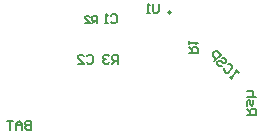
<source format=gbo>
G04 Layer_Color=32896*
%FSLAX25Y25*%
%MOIN*%
G70*
G01*
G75*
%ADD17C,0.00600*%
%ADD42C,0.00787*%
D17*
X-37000Y8499D02*
Y5500D01*
X-38500D01*
X-38999Y6000D01*
Y6500D01*
X-38500Y7000D01*
X-37000D01*
X-38500D01*
X-38999Y7499D01*
Y7999D01*
X-38500Y8499D01*
X-37000D01*
X-39999Y5500D02*
Y7499D01*
X-40999Y8499D01*
X-41998Y7499D01*
Y5500D01*
Y7000D01*
X-39999D01*
X-42998Y8499D02*
X-44997D01*
X-43998D01*
Y5500D01*
X-10499Y43499D02*
X-10000Y43999D01*
X-9000D01*
X-8500Y43499D01*
Y41500D01*
X-9000Y41000D01*
X-10000D01*
X-10499Y41500D01*
X-11499Y41000D02*
X-12499D01*
X-11999D01*
Y43999D01*
X-11499Y43499D01*
X-18499Y29999D02*
X-18000Y30499D01*
X-17000D01*
X-16500Y29999D01*
Y28000D01*
X-17000Y27500D01*
X-18000D01*
X-18499Y28000D01*
X-21498Y27500D02*
X-19499D01*
X-21498Y29499D01*
Y29999D01*
X-20999Y30499D01*
X-19999D01*
X-19499Y29999D01*
X32121Y24621D02*
X31414Y25328D01*
X31767Y24974D01*
X29647Y22853D01*
X30000Y22500D01*
X29293Y23207D01*
X28586Y27448D02*
X29293Y27448D01*
X30000Y26741D01*
Y26034D01*
X28586Y24621D01*
X27879D01*
X27172Y25328D01*
Y26034D01*
X26466Y29569D02*
X27172D01*
X27879Y28862D01*
Y28155D01*
X27526Y27802D01*
X26819Y27802D01*
X26112Y28508D01*
X25405Y28508D01*
X25052Y28155D01*
X25052Y27448D01*
X25759Y26741D01*
X26466D01*
X23991Y28508D02*
X26112Y30629D01*
X25052Y31689D01*
X24345Y31689D01*
X23638Y30983D01*
Y30276D01*
X24698Y29215D01*
X15500Y31000D02*
X18499D01*
Y32500D01*
X17999Y32999D01*
X16999D01*
X16500Y32500D01*
Y31000D01*
Y32000D02*
X15500Y32999D01*
Y33999D02*
Y34999D01*
Y34499D01*
X18499D01*
X17999Y33999D01*
X-15000Y41000D02*
Y43499D01*
X-16250D01*
X-16666Y43083D01*
Y42250D01*
X-16250Y41833D01*
X-15000D01*
X-15833D02*
X-16666Y41000D01*
X-19165D02*
X-17499D01*
X-19165Y42666D01*
Y43083D01*
X-18749Y43499D01*
X-17916D01*
X-17499Y43083D01*
X-8000Y27500D02*
Y30499D01*
X-9499D01*
X-9999Y29999D01*
Y29000D01*
X-9499Y28500D01*
X-8000D01*
X-9000D02*
X-9999Y27500D01*
X-10999Y29999D02*
X-11499Y30499D01*
X-12499D01*
X-12998Y29999D01*
Y29499D01*
X-12499Y29000D01*
X-11999D01*
X-12499D01*
X-12998Y28500D01*
Y28000D01*
X-12499Y27500D01*
X-11499D01*
X-10999Y28000D01*
X35000Y10500D02*
X37999D01*
Y11999D01*
X37499Y12499D01*
X36500D01*
X36000Y11999D01*
Y10500D01*
Y11500D02*
X35000Y12499D01*
Y13499D02*
Y14999D01*
X35500Y15498D01*
X36000Y14999D01*
Y13999D01*
X36500Y13499D01*
X36999Y13999D01*
Y15498D01*
X37999Y16498D02*
X35000D01*
X36500D01*
X36999Y16998D01*
Y17998D01*
X36500Y18497D01*
X35000D01*
X5500Y47499D02*
Y45000D01*
X5000Y44500D01*
X4000D01*
X3501Y45000D01*
Y47499D01*
X2501Y44500D02*
X1501D01*
X2001D01*
Y47499D01*
X2501Y46999D01*
D42*
X9504Y44587D02*
G03*
X9504Y44587I-492J0D01*
G01*
M02*

</source>
